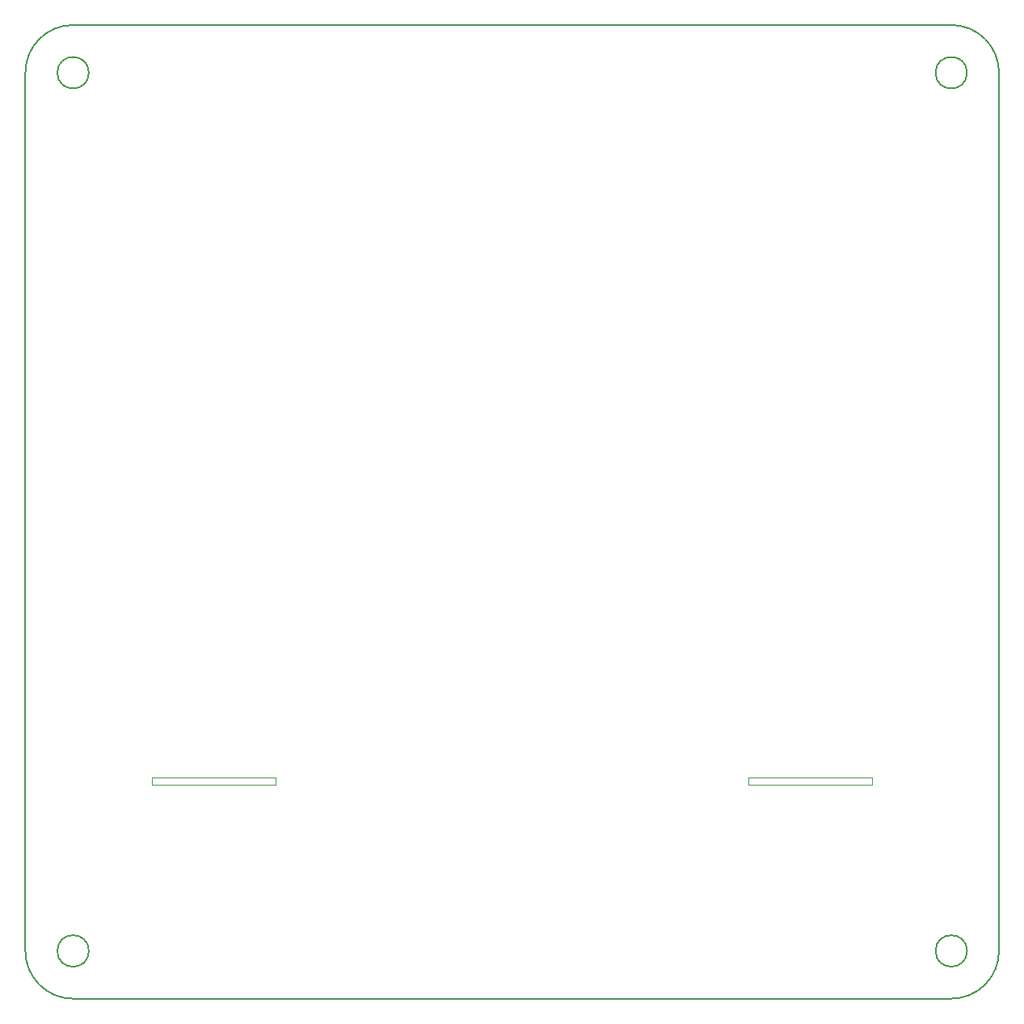
<source format=gm1>
%TF.GenerationSoftware,KiCad,Pcbnew,8.0.5*%
%TF.CreationDate,2025-09-24T23:13:40-07:00*%
%TF.ProjectId,Power8Board V1,506f7765-7238-4426-9f61-72642056312e,rev?*%
%TF.SameCoordinates,Original*%
%TF.FileFunction,Profile,NP*%
%FSLAX46Y46*%
G04 Gerber Fmt 4.6, Leading zero omitted, Abs format (unit mm)*
G04 Created by KiCad (PCBNEW 8.0.5) date 2025-09-24 23:13:40*
%MOMM*%
%LPD*%
G01*
G04 APERTURE LIST*
%TA.AperFunction,Profile*%
%ADD10C,0.200000*%
%TD*%
%TA.AperFunction,Profile*%
%ADD11C,0.100000*%
%TD*%
G04 APERTURE END LIST*
D10*
X197650000Y-148750000D02*
G75*
G02*
X194350000Y-148750000I-1650000J0D01*
G01*
X194350000Y-148750000D02*
G75*
G02*
X197650000Y-148750000I1650000J0D01*
G01*
X196000000Y-51750000D02*
G75*
G02*
X201000000Y-56750000I0J-5000000D01*
G01*
X105650000Y-56750000D02*
G75*
G02*
X102350000Y-56750000I-1650000J0D01*
G01*
X102350000Y-56750000D02*
G75*
G02*
X105650000Y-56750000I1650000J0D01*
G01*
X104000000Y-51750000D02*
X196000000Y-51750000D01*
X99000000Y-148750000D02*
X99000000Y-56750000D01*
X105650000Y-148750000D02*
G75*
G02*
X102350000Y-148750000I-1650000J0D01*
G01*
X102350000Y-148750000D02*
G75*
G02*
X105650000Y-148750000I1650000J0D01*
G01*
X104000000Y-153750000D02*
G75*
G02*
X99000000Y-148750000I0J5000000D01*
G01*
X201000000Y-56750000D02*
X201000000Y-148750000D01*
X196000000Y-153750000D02*
X104000000Y-153750000D01*
X197650000Y-56750000D02*
G75*
G02*
X194350000Y-56750000I-1650000J0D01*
G01*
X194350000Y-56750000D02*
G75*
G02*
X197650000Y-56750000I1650000J0D01*
G01*
X201000000Y-148750000D02*
G75*
G02*
X196000000Y-153750000I-5000000J0D01*
G01*
X99000000Y-56750000D02*
G75*
G02*
X104000000Y-51750000I5000000J0D01*
G01*
%TO.C,U1*%
D11*
X187727000Y-130559000D02*
X174773000Y-130559000D01*
X174773000Y-131321000D01*
X187727000Y-131321000D01*
X187727000Y-130559000D01*
%TO.C,U2*%
X125227000Y-130559000D02*
X112273000Y-130559000D01*
X112273000Y-131321000D01*
X125227000Y-131321000D01*
X125227000Y-130559000D01*
%TD*%
M02*

</source>
